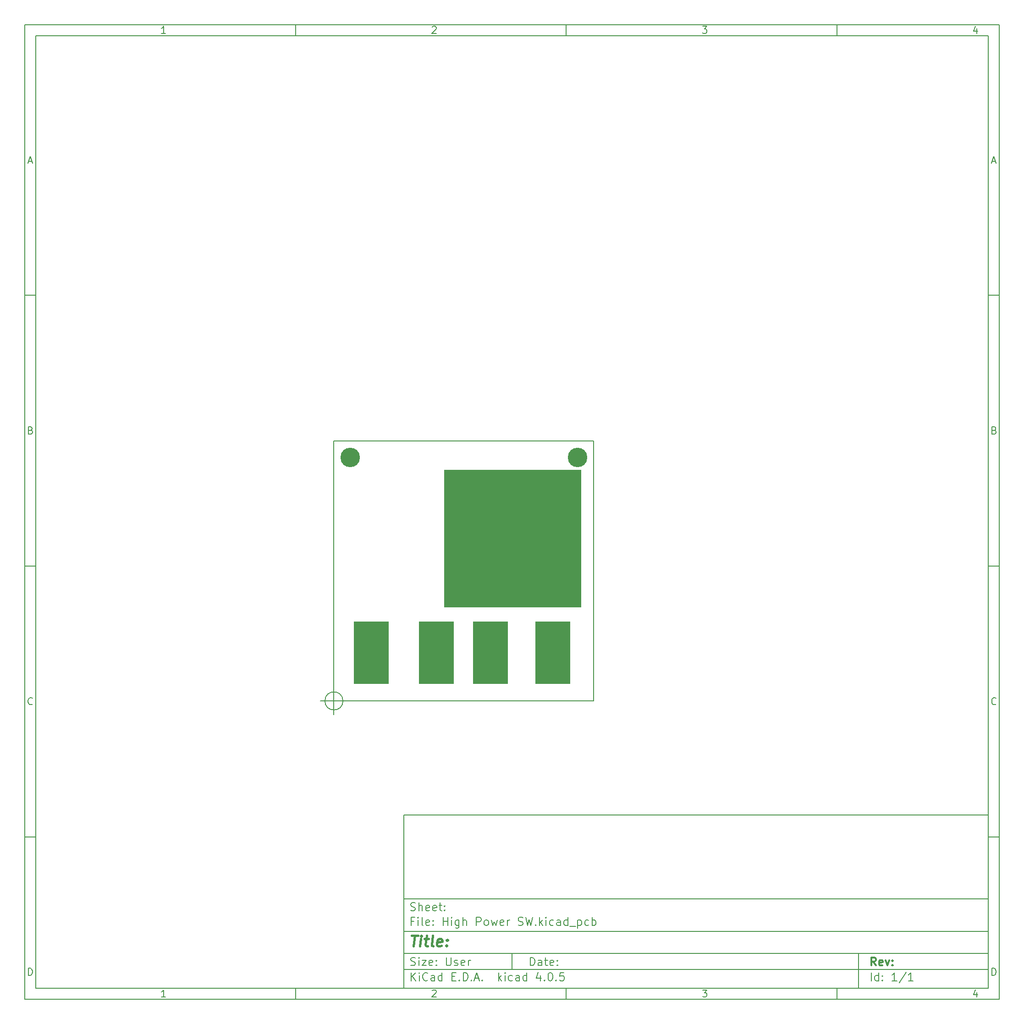
<source format=gbr>
G04 #@! TF.FileFunction,Soldermask,Bot*
%FSLAX46Y46*%
G04 Gerber Fmt 4.6, Leading zero omitted, Abs format (unit mm)*
G04 Created by KiCad (PCBNEW 4.0.5) date 02/15/17 00:10:35*
%MOMM*%
%LPD*%
G01*
G04 APERTURE LIST*
%ADD10C,0.100000*%
%ADD11C,0.150000*%
%ADD12C,0.300000*%
%ADD13C,0.400000*%
%ADD14R,1.400000X1.400000*%
%ADD15C,3.600000*%
%ADD16R,6.400000X6.400000*%
G04 APERTURE END LIST*
D10*
D11*
X79999600Y-155999600D02*
X79999600Y-187999600D01*
X187999600Y-187999600D01*
X187999600Y-155999600D01*
X79999600Y-155999600D01*
D10*
D11*
X10000000Y-10000000D02*
X10000000Y-189999600D01*
X189999600Y-189999600D01*
X189999600Y-10000000D01*
X10000000Y-10000000D01*
D10*
D11*
X12000000Y-12000000D02*
X12000000Y-187999600D01*
X187999600Y-187999600D01*
X187999600Y-12000000D01*
X12000000Y-12000000D01*
D10*
D11*
X60000000Y-12000000D02*
X60000000Y-10000000D01*
D10*
D11*
X110000000Y-12000000D02*
X110000000Y-10000000D01*
D10*
D11*
X160000000Y-12000000D02*
X160000000Y-10000000D01*
D10*
D11*
X35990476Y-11588095D02*
X35247619Y-11588095D01*
X35619048Y-11588095D02*
X35619048Y-10288095D01*
X35495238Y-10473810D01*
X35371429Y-10597619D01*
X35247619Y-10659524D01*
D10*
D11*
X85247619Y-10411905D02*
X85309524Y-10350000D01*
X85433333Y-10288095D01*
X85742857Y-10288095D01*
X85866667Y-10350000D01*
X85928571Y-10411905D01*
X85990476Y-10535714D01*
X85990476Y-10659524D01*
X85928571Y-10845238D01*
X85185714Y-11588095D01*
X85990476Y-11588095D01*
D10*
D11*
X135185714Y-10288095D02*
X135990476Y-10288095D01*
X135557143Y-10783333D01*
X135742857Y-10783333D01*
X135866667Y-10845238D01*
X135928571Y-10907143D01*
X135990476Y-11030952D01*
X135990476Y-11340476D01*
X135928571Y-11464286D01*
X135866667Y-11526190D01*
X135742857Y-11588095D01*
X135371429Y-11588095D01*
X135247619Y-11526190D01*
X135185714Y-11464286D01*
D10*
D11*
X185866667Y-10721429D02*
X185866667Y-11588095D01*
X185557143Y-10226190D02*
X185247619Y-11154762D01*
X186052381Y-11154762D01*
D10*
D11*
X60000000Y-187999600D02*
X60000000Y-189999600D01*
D10*
D11*
X110000000Y-187999600D02*
X110000000Y-189999600D01*
D10*
D11*
X160000000Y-187999600D02*
X160000000Y-189999600D01*
D10*
D11*
X35990476Y-189587695D02*
X35247619Y-189587695D01*
X35619048Y-189587695D02*
X35619048Y-188287695D01*
X35495238Y-188473410D01*
X35371429Y-188597219D01*
X35247619Y-188659124D01*
D10*
D11*
X85247619Y-188411505D02*
X85309524Y-188349600D01*
X85433333Y-188287695D01*
X85742857Y-188287695D01*
X85866667Y-188349600D01*
X85928571Y-188411505D01*
X85990476Y-188535314D01*
X85990476Y-188659124D01*
X85928571Y-188844838D01*
X85185714Y-189587695D01*
X85990476Y-189587695D01*
D10*
D11*
X135185714Y-188287695D02*
X135990476Y-188287695D01*
X135557143Y-188782933D01*
X135742857Y-188782933D01*
X135866667Y-188844838D01*
X135928571Y-188906743D01*
X135990476Y-189030552D01*
X135990476Y-189340076D01*
X135928571Y-189463886D01*
X135866667Y-189525790D01*
X135742857Y-189587695D01*
X135371429Y-189587695D01*
X135247619Y-189525790D01*
X135185714Y-189463886D01*
D10*
D11*
X185866667Y-188721029D02*
X185866667Y-189587695D01*
X185557143Y-188225790D02*
X185247619Y-189154362D01*
X186052381Y-189154362D01*
D10*
D11*
X10000000Y-60000000D02*
X12000000Y-60000000D01*
D10*
D11*
X10000000Y-110000000D02*
X12000000Y-110000000D01*
D10*
D11*
X10000000Y-160000000D02*
X12000000Y-160000000D01*
D10*
D11*
X10690476Y-35216667D02*
X11309524Y-35216667D01*
X10566667Y-35588095D02*
X11000000Y-34288095D01*
X11433333Y-35588095D01*
D10*
D11*
X11092857Y-84907143D02*
X11278571Y-84969048D01*
X11340476Y-85030952D01*
X11402381Y-85154762D01*
X11402381Y-85340476D01*
X11340476Y-85464286D01*
X11278571Y-85526190D01*
X11154762Y-85588095D01*
X10659524Y-85588095D01*
X10659524Y-84288095D01*
X11092857Y-84288095D01*
X11216667Y-84350000D01*
X11278571Y-84411905D01*
X11340476Y-84535714D01*
X11340476Y-84659524D01*
X11278571Y-84783333D01*
X11216667Y-84845238D01*
X11092857Y-84907143D01*
X10659524Y-84907143D01*
D10*
D11*
X11402381Y-135464286D02*
X11340476Y-135526190D01*
X11154762Y-135588095D01*
X11030952Y-135588095D01*
X10845238Y-135526190D01*
X10721429Y-135402381D01*
X10659524Y-135278571D01*
X10597619Y-135030952D01*
X10597619Y-134845238D01*
X10659524Y-134597619D01*
X10721429Y-134473810D01*
X10845238Y-134350000D01*
X11030952Y-134288095D01*
X11154762Y-134288095D01*
X11340476Y-134350000D01*
X11402381Y-134411905D01*
D10*
D11*
X10659524Y-185588095D02*
X10659524Y-184288095D01*
X10969048Y-184288095D01*
X11154762Y-184350000D01*
X11278571Y-184473810D01*
X11340476Y-184597619D01*
X11402381Y-184845238D01*
X11402381Y-185030952D01*
X11340476Y-185278571D01*
X11278571Y-185402381D01*
X11154762Y-185526190D01*
X10969048Y-185588095D01*
X10659524Y-185588095D01*
D10*
D11*
X189999600Y-60000000D02*
X187999600Y-60000000D01*
D10*
D11*
X189999600Y-110000000D02*
X187999600Y-110000000D01*
D10*
D11*
X189999600Y-160000000D02*
X187999600Y-160000000D01*
D10*
D11*
X188690076Y-35216667D02*
X189309124Y-35216667D01*
X188566267Y-35588095D02*
X188999600Y-34288095D01*
X189432933Y-35588095D01*
D10*
D11*
X189092457Y-84907143D02*
X189278171Y-84969048D01*
X189340076Y-85030952D01*
X189401981Y-85154762D01*
X189401981Y-85340476D01*
X189340076Y-85464286D01*
X189278171Y-85526190D01*
X189154362Y-85588095D01*
X188659124Y-85588095D01*
X188659124Y-84288095D01*
X189092457Y-84288095D01*
X189216267Y-84350000D01*
X189278171Y-84411905D01*
X189340076Y-84535714D01*
X189340076Y-84659524D01*
X189278171Y-84783333D01*
X189216267Y-84845238D01*
X189092457Y-84907143D01*
X188659124Y-84907143D01*
D10*
D11*
X189401981Y-135464286D02*
X189340076Y-135526190D01*
X189154362Y-135588095D01*
X189030552Y-135588095D01*
X188844838Y-135526190D01*
X188721029Y-135402381D01*
X188659124Y-135278571D01*
X188597219Y-135030952D01*
X188597219Y-134845238D01*
X188659124Y-134597619D01*
X188721029Y-134473810D01*
X188844838Y-134350000D01*
X189030552Y-134288095D01*
X189154362Y-134288095D01*
X189340076Y-134350000D01*
X189401981Y-134411905D01*
D10*
D11*
X188659124Y-185588095D02*
X188659124Y-184288095D01*
X188968648Y-184288095D01*
X189154362Y-184350000D01*
X189278171Y-184473810D01*
X189340076Y-184597619D01*
X189401981Y-184845238D01*
X189401981Y-185030952D01*
X189340076Y-185278571D01*
X189278171Y-185402381D01*
X189154362Y-185526190D01*
X188968648Y-185588095D01*
X188659124Y-185588095D01*
D10*
D11*
X103356743Y-183778171D02*
X103356743Y-182278171D01*
X103713886Y-182278171D01*
X103928171Y-182349600D01*
X104071029Y-182492457D01*
X104142457Y-182635314D01*
X104213886Y-182921029D01*
X104213886Y-183135314D01*
X104142457Y-183421029D01*
X104071029Y-183563886D01*
X103928171Y-183706743D01*
X103713886Y-183778171D01*
X103356743Y-183778171D01*
X105499600Y-183778171D02*
X105499600Y-182992457D01*
X105428171Y-182849600D01*
X105285314Y-182778171D01*
X104999600Y-182778171D01*
X104856743Y-182849600D01*
X105499600Y-183706743D02*
X105356743Y-183778171D01*
X104999600Y-183778171D01*
X104856743Y-183706743D01*
X104785314Y-183563886D01*
X104785314Y-183421029D01*
X104856743Y-183278171D01*
X104999600Y-183206743D01*
X105356743Y-183206743D01*
X105499600Y-183135314D01*
X105999600Y-182778171D02*
X106571029Y-182778171D01*
X106213886Y-182278171D02*
X106213886Y-183563886D01*
X106285314Y-183706743D01*
X106428172Y-183778171D01*
X106571029Y-183778171D01*
X107642457Y-183706743D02*
X107499600Y-183778171D01*
X107213886Y-183778171D01*
X107071029Y-183706743D01*
X106999600Y-183563886D01*
X106999600Y-182992457D01*
X107071029Y-182849600D01*
X107213886Y-182778171D01*
X107499600Y-182778171D01*
X107642457Y-182849600D01*
X107713886Y-182992457D01*
X107713886Y-183135314D01*
X106999600Y-183278171D01*
X108356743Y-183635314D02*
X108428171Y-183706743D01*
X108356743Y-183778171D01*
X108285314Y-183706743D01*
X108356743Y-183635314D01*
X108356743Y-183778171D01*
X108356743Y-182849600D02*
X108428171Y-182921029D01*
X108356743Y-182992457D01*
X108285314Y-182921029D01*
X108356743Y-182849600D01*
X108356743Y-182992457D01*
D10*
D11*
X79999600Y-184499600D02*
X187999600Y-184499600D01*
D10*
D11*
X81356743Y-186578171D02*
X81356743Y-185078171D01*
X82213886Y-186578171D02*
X81571029Y-185721029D01*
X82213886Y-185078171D02*
X81356743Y-185935314D01*
X82856743Y-186578171D02*
X82856743Y-185578171D01*
X82856743Y-185078171D02*
X82785314Y-185149600D01*
X82856743Y-185221029D01*
X82928171Y-185149600D01*
X82856743Y-185078171D01*
X82856743Y-185221029D01*
X84428172Y-186435314D02*
X84356743Y-186506743D01*
X84142457Y-186578171D01*
X83999600Y-186578171D01*
X83785315Y-186506743D01*
X83642457Y-186363886D01*
X83571029Y-186221029D01*
X83499600Y-185935314D01*
X83499600Y-185721029D01*
X83571029Y-185435314D01*
X83642457Y-185292457D01*
X83785315Y-185149600D01*
X83999600Y-185078171D01*
X84142457Y-185078171D01*
X84356743Y-185149600D01*
X84428172Y-185221029D01*
X85713886Y-186578171D02*
X85713886Y-185792457D01*
X85642457Y-185649600D01*
X85499600Y-185578171D01*
X85213886Y-185578171D01*
X85071029Y-185649600D01*
X85713886Y-186506743D02*
X85571029Y-186578171D01*
X85213886Y-186578171D01*
X85071029Y-186506743D01*
X84999600Y-186363886D01*
X84999600Y-186221029D01*
X85071029Y-186078171D01*
X85213886Y-186006743D01*
X85571029Y-186006743D01*
X85713886Y-185935314D01*
X87071029Y-186578171D02*
X87071029Y-185078171D01*
X87071029Y-186506743D02*
X86928172Y-186578171D01*
X86642458Y-186578171D01*
X86499600Y-186506743D01*
X86428172Y-186435314D01*
X86356743Y-186292457D01*
X86356743Y-185863886D01*
X86428172Y-185721029D01*
X86499600Y-185649600D01*
X86642458Y-185578171D01*
X86928172Y-185578171D01*
X87071029Y-185649600D01*
X88928172Y-185792457D02*
X89428172Y-185792457D01*
X89642458Y-186578171D02*
X88928172Y-186578171D01*
X88928172Y-185078171D01*
X89642458Y-185078171D01*
X90285315Y-186435314D02*
X90356743Y-186506743D01*
X90285315Y-186578171D01*
X90213886Y-186506743D01*
X90285315Y-186435314D01*
X90285315Y-186578171D01*
X90999601Y-186578171D02*
X90999601Y-185078171D01*
X91356744Y-185078171D01*
X91571029Y-185149600D01*
X91713887Y-185292457D01*
X91785315Y-185435314D01*
X91856744Y-185721029D01*
X91856744Y-185935314D01*
X91785315Y-186221029D01*
X91713887Y-186363886D01*
X91571029Y-186506743D01*
X91356744Y-186578171D01*
X90999601Y-186578171D01*
X92499601Y-186435314D02*
X92571029Y-186506743D01*
X92499601Y-186578171D01*
X92428172Y-186506743D01*
X92499601Y-186435314D01*
X92499601Y-186578171D01*
X93142458Y-186149600D02*
X93856744Y-186149600D01*
X92999601Y-186578171D02*
X93499601Y-185078171D01*
X93999601Y-186578171D01*
X94499601Y-186435314D02*
X94571029Y-186506743D01*
X94499601Y-186578171D01*
X94428172Y-186506743D01*
X94499601Y-186435314D01*
X94499601Y-186578171D01*
X97499601Y-186578171D02*
X97499601Y-185078171D01*
X97642458Y-186006743D02*
X98071029Y-186578171D01*
X98071029Y-185578171D02*
X97499601Y-186149600D01*
X98713887Y-186578171D02*
X98713887Y-185578171D01*
X98713887Y-185078171D02*
X98642458Y-185149600D01*
X98713887Y-185221029D01*
X98785315Y-185149600D01*
X98713887Y-185078171D01*
X98713887Y-185221029D01*
X100071030Y-186506743D02*
X99928173Y-186578171D01*
X99642459Y-186578171D01*
X99499601Y-186506743D01*
X99428173Y-186435314D01*
X99356744Y-186292457D01*
X99356744Y-185863886D01*
X99428173Y-185721029D01*
X99499601Y-185649600D01*
X99642459Y-185578171D01*
X99928173Y-185578171D01*
X100071030Y-185649600D01*
X101356744Y-186578171D02*
X101356744Y-185792457D01*
X101285315Y-185649600D01*
X101142458Y-185578171D01*
X100856744Y-185578171D01*
X100713887Y-185649600D01*
X101356744Y-186506743D02*
X101213887Y-186578171D01*
X100856744Y-186578171D01*
X100713887Y-186506743D01*
X100642458Y-186363886D01*
X100642458Y-186221029D01*
X100713887Y-186078171D01*
X100856744Y-186006743D01*
X101213887Y-186006743D01*
X101356744Y-185935314D01*
X102713887Y-186578171D02*
X102713887Y-185078171D01*
X102713887Y-186506743D02*
X102571030Y-186578171D01*
X102285316Y-186578171D01*
X102142458Y-186506743D01*
X102071030Y-186435314D01*
X101999601Y-186292457D01*
X101999601Y-185863886D01*
X102071030Y-185721029D01*
X102142458Y-185649600D01*
X102285316Y-185578171D01*
X102571030Y-185578171D01*
X102713887Y-185649600D01*
X105213887Y-185578171D02*
X105213887Y-186578171D01*
X104856744Y-185006743D02*
X104499601Y-186078171D01*
X105428173Y-186078171D01*
X105999601Y-186435314D02*
X106071029Y-186506743D01*
X105999601Y-186578171D01*
X105928172Y-186506743D01*
X105999601Y-186435314D01*
X105999601Y-186578171D01*
X106999601Y-185078171D02*
X107142458Y-185078171D01*
X107285315Y-185149600D01*
X107356744Y-185221029D01*
X107428173Y-185363886D01*
X107499601Y-185649600D01*
X107499601Y-186006743D01*
X107428173Y-186292457D01*
X107356744Y-186435314D01*
X107285315Y-186506743D01*
X107142458Y-186578171D01*
X106999601Y-186578171D01*
X106856744Y-186506743D01*
X106785315Y-186435314D01*
X106713887Y-186292457D01*
X106642458Y-186006743D01*
X106642458Y-185649600D01*
X106713887Y-185363886D01*
X106785315Y-185221029D01*
X106856744Y-185149600D01*
X106999601Y-185078171D01*
X108142458Y-186435314D02*
X108213886Y-186506743D01*
X108142458Y-186578171D01*
X108071029Y-186506743D01*
X108142458Y-186435314D01*
X108142458Y-186578171D01*
X109571030Y-185078171D02*
X108856744Y-185078171D01*
X108785315Y-185792457D01*
X108856744Y-185721029D01*
X108999601Y-185649600D01*
X109356744Y-185649600D01*
X109499601Y-185721029D01*
X109571030Y-185792457D01*
X109642458Y-185935314D01*
X109642458Y-186292457D01*
X109571030Y-186435314D01*
X109499601Y-186506743D01*
X109356744Y-186578171D01*
X108999601Y-186578171D01*
X108856744Y-186506743D01*
X108785315Y-186435314D01*
D10*
D11*
X79999600Y-181499600D02*
X187999600Y-181499600D01*
D10*
D12*
X167213886Y-183778171D02*
X166713886Y-183063886D01*
X166356743Y-183778171D02*
X166356743Y-182278171D01*
X166928171Y-182278171D01*
X167071029Y-182349600D01*
X167142457Y-182421029D01*
X167213886Y-182563886D01*
X167213886Y-182778171D01*
X167142457Y-182921029D01*
X167071029Y-182992457D01*
X166928171Y-183063886D01*
X166356743Y-183063886D01*
X168428171Y-183706743D02*
X168285314Y-183778171D01*
X167999600Y-183778171D01*
X167856743Y-183706743D01*
X167785314Y-183563886D01*
X167785314Y-182992457D01*
X167856743Y-182849600D01*
X167999600Y-182778171D01*
X168285314Y-182778171D01*
X168428171Y-182849600D01*
X168499600Y-182992457D01*
X168499600Y-183135314D01*
X167785314Y-183278171D01*
X168999600Y-182778171D02*
X169356743Y-183778171D01*
X169713885Y-182778171D01*
X170285314Y-183635314D02*
X170356742Y-183706743D01*
X170285314Y-183778171D01*
X170213885Y-183706743D01*
X170285314Y-183635314D01*
X170285314Y-183778171D01*
X170285314Y-182849600D02*
X170356742Y-182921029D01*
X170285314Y-182992457D01*
X170213885Y-182921029D01*
X170285314Y-182849600D01*
X170285314Y-182992457D01*
D10*
D11*
X81285314Y-183706743D02*
X81499600Y-183778171D01*
X81856743Y-183778171D01*
X81999600Y-183706743D01*
X82071029Y-183635314D01*
X82142457Y-183492457D01*
X82142457Y-183349600D01*
X82071029Y-183206743D01*
X81999600Y-183135314D01*
X81856743Y-183063886D01*
X81571029Y-182992457D01*
X81428171Y-182921029D01*
X81356743Y-182849600D01*
X81285314Y-182706743D01*
X81285314Y-182563886D01*
X81356743Y-182421029D01*
X81428171Y-182349600D01*
X81571029Y-182278171D01*
X81928171Y-182278171D01*
X82142457Y-182349600D01*
X82785314Y-183778171D02*
X82785314Y-182778171D01*
X82785314Y-182278171D02*
X82713885Y-182349600D01*
X82785314Y-182421029D01*
X82856742Y-182349600D01*
X82785314Y-182278171D01*
X82785314Y-182421029D01*
X83356743Y-182778171D02*
X84142457Y-182778171D01*
X83356743Y-183778171D01*
X84142457Y-183778171D01*
X85285314Y-183706743D02*
X85142457Y-183778171D01*
X84856743Y-183778171D01*
X84713886Y-183706743D01*
X84642457Y-183563886D01*
X84642457Y-182992457D01*
X84713886Y-182849600D01*
X84856743Y-182778171D01*
X85142457Y-182778171D01*
X85285314Y-182849600D01*
X85356743Y-182992457D01*
X85356743Y-183135314D01*
X84642457Y-183278171D01*
X85999600Y-183635314D02*
X86071028Y-183706743D01*
X85999600Y-183778171D01*
X85928171Y-183706743D01*
X85999600Y-183635314D01*
X85999600Y-183778171D01*
X85999600Y-182849600D02*
X86071028Y-182921029D01*
X85999600Y-182992457D01*
X85928171Y-182921029D01*
X85999600Y-182849600D01*
X85999600Y-182992457D01*
X87856743Y-182278171D02*
X87856743Y-183492457D01*
X87928171Y-183635314D01*
X87999600Y-183706743D01*
X88142457Y-183778171D01*
X88428171Y-183778171D01*
X88571029Y-183706743D01*
X88642457Y-183635314D01*
X88713886Y-183492457D01*
X88713886Y-182278171D01*
X89356743Y-183706743D02*
X89499600Y-183778171D01*
X89785315Y-183778171D01*
X89928172Y-183706743D01*
X89999600Y-183563886D01*
X89999600Y-183492457D01*
X89928172Y-183349600D01*
X89785315Y-183278171D01*
X89571029Y-183278171D01*
X89428172Y-183206743D01*
X89356743Y-183063886D01*
X89356743Y-182992457D01*
X89428172Y-182849600D01*
X89571029Y-182778171D01*
X89785315Y-182778171D01*
X89928172Y-182849600D01*
X91213886Y-183706743D02*
X91071029Y-183778171D01*
X90785315Y-183778171D01*
X90642458Y-183706743D01*
X90571029Y-183563886D01*
X90571029Y-182992457D01*
X90642458Y-182849600D01*
X90785315Y-182778171D01*
X91071029Y-182778171D01*
X91213886Y-182849600D01*
X91285315Y-182992457D01*
X91285315Y-183135314D01*
X90571029Y-183278171D01*
X91928172Y-183778171D02*
X91928172Y-182778171D01*
X91928172Y-183063886D02*
X91999600Y-182921029D01*
X92071029Y-182849600D01*
X92213886Y-182778171D01*
X92356743Y-182778171D01*
D10*
D11*
X166356743Y-186578171D02*
X166356743Y-185078171D01*
X167713886Y-186578171D02*
X167713886Y-185078171D01*
X167713886Y-186506743D02*
X167571029Y-186578171D01*
X167285315Y-186578171D01*
X167142457Y-186506743D01*
X167071029Y-186435314D01*
X166999600Y-186292457D01*
X166999600Y-185863886D01*
X167071029Y-185721029D01*
X167142457Y-185649600D01*
X167285315Y-185578171D01*
X167571029Y-185578171D01*
X167713886Y-185649600D01*
X168428172Y-186435314D02*
X168499600Y-186506743D01*
X168428172Y-186578171D01*
X168356743Y-186506743D01*
X168428172Y-186435314D01*
X168428172Y-186578171D01*
X168428172Y-185649600D02*
X168499600Y-185721029D01*
X168428172Y-185792457D01*
X168356743Y-185721029D01*
X168428172Y-185649600D01*
X168428172Y-185792457D01*
X171071029Y-186578171D02*
X170213886Y-186578171D01*
X170642458Y-186578171D02*
X170642458Y-185078171D01*
X170499601Y-185292457D01*
X170356743Y-185435314D01*
X170213886Y-185506743D01*
X172785314Y-185006743D02*
X171499600Y-186935314D01*
X174071029Y-186578171D02*
X173213886Y-186578171D01*
X173642458Y-186578171D02*
X173642458Y-185078171D01*
X173499601Y-185292457D01*
X173356743Y-185435314D01*
X173213886Y-185506743D01*
D10*
D11*
X79999600Y-177499600D02*
X187999600Y-177499600D01*
D10*
D13*
X81451981Y-178204362D02*
X82594838Y-178204362D01*
X81773410Y-180204362D02*
X82023410Y-178204362D01*
X83011505Y-180204362D02*
X83178171Y-178871029D01*
X83261505Y-178204362D02*
X83154362Y-178299600D01*
X83237695Y-178394838D01*
X83344839Y-178299600D01*
X83261505Y-178204362D01*
X83237695Y-178394838D01*
X83844838Y-178871029D02*
X84606743Y-178871029D01*
X84213886Y-178204362D02*
X83999600Y-179918648D01*
X84071030Y-180109124D01*
X84249601Y-180204362D01*
X84440077Y-180204362D01*
X85392458Y-180204362D02*
X85213887Y-180109124D01*
X85142457Y-179918648D01*
X85356743Y-178204362D01*
X86928172Y-180109124D02*
X86725791Y-180204362D01*
X86344839Y-180204362D01*
X86166267Y-180109124D01*
X86094838Y-179918648D01*
X86190076Y-179156743D01*
X86309124Y-178966267D01*
X86511505Y-178871029D01*
X86892457Y-178871029D01*
X87071029Y-178966267D01*
X87142457Y-179156743D01*
X87118648Y-179347219D01*
X86142457Y-179537695D01*
X87892457Y-180013886D02*
X87975792Y-180109124D01*
X87868648Y-180204362D01*
X87785315Y-180109124D01*
X87892457Y-180013886D01*
X87868648Y-180204362D01*
X88023410Y-178966267D02*
X88106744Y-179061505D01*
X87999600Y-179156743D01*
X87916267Y-179061505D01*
X88023410Y-178966267D01*
X87999600Y-179156743D01*
D10*
D11*
X81856743Y-175592457D02*
X81356743Y-175592457D01*
X81356743Y-176378171D02*
X81356743Y-174878171D01*
X82071029Y-174878171D01*
X82642457Y-176378171D02*
X82642457Y-175378171D01*
X82642457Y-174878171D02*
X82571028Y-174949600D01*
X82642457Y-175021029D01*
X82713885Y-174949600D01*
X82642457Y-174878171D01*
X82642457Y-175021029D01*
X83571029Y-176378171D02*
X83428171Y-176306743D01*
X83356743Y-176163886D01*
X83356743Y-174878171D01*
X84713885Y-176306743D02*
X84571028Y-176378171D01*
X84285314Y-176378171D01*
X84142457Y-176306743D01*
X84071028Y-176163886D01*
X84071028Y-175592457D01*
X84142457Y-175449600D01*
X84285314Y-175378171D01*
X84571028Y-175378171D01*
X84713885Y-175449600D01*
X84785314Y-175592457D01*
X84785314Y-175735314D01*
X84071028Y-175878171D01*
X85428171Y-176235314D02*
X85499599Y-176306743D01*
X85428171Y-176378171D01*
X85356742Y-176306743D01*
X85428171Y-176235314D01*
X85428171Y-176378171D01*
X85428171Y-175449600D02*
X85499599Y-175521029D01*
X85428171Y-175592457D01*
X85356742Y-175521029D01*
X85428171Y-175449600D01*
X85428171Y-175592457D01*
X87285314Y-176378171D02*
X87285314Y-174878171D01*
X87285314Y-175592457D02*
X88142457Y-175592457D01*
X88142457Y-176378171D02*
X88142457Y-174878171D01*
X88856743Y-176378171D02*
X88856743Y-175378171D01*
X88856743Y-174878171D02*
X88785314Y-174949600D01*
X88856743Y-175021029D01*
X88928171Y-174949600D01*
X88856743Y-174878171D01*
X88856743Y-175021029D01*
X90213886Y-175378171D02*
X90213886Y-176592457D01*
X90142457Y-176735314D01*
X90071029Y-176806743D01*
X89928172Y-176878171D01*
X89713886Y-176878171D01*
X89571029Y-176806743D01*
X90213886Y-176306743D02*
X90071029Y-176378171D01*
X89785315Y-176378171D01*
X89642457Y-176306743D01*
X89571029Y-176235314D01*
X89499600Y-176092457D01*
X89499600Y-175663886D01*
X89571029Y-175521029D01*
X89642457Y-175449600D01*
X89785315Y-175378171D01*
X90071029Y-175378171D01*
X90213886Y-175449600D01*
X90928172Y-176378171D02*
X90928172Y-174878171D01*
X91571029Y-176378171D02*
X91571029Y-175592457D01*
X91499600Y-175449600D01*
X91356743Y-175378171D01*
X91142458Y-175378171D01*
X90999600Y-175449600D01*
X90928172Y-175521029D01*
X93428172Y-176378171D02*
X93428172Y-174878171D01*
X93999600Y-174878171D01*
X94142458Y-174949600D01*
X94213886Y-175021029D01*
X94285315Y-175163886D01*
X94285315Y-175378171D01*
X94213886Y-175521029D01*
X94142458Y-175592457D01*
X93999600Y-175663886D01*
X93428172Y-175663886D01*
X95142458Y-176378171D02*
X94999600Y-176306743D01*
X94928172Y-176235314D01*
X94856743Y-176092457D01*
X94856743Y-175663886D01*
X94928172Y-175521029D01*
X94999600Y-175449600D01*
X95142458Y-175378171D01*
X95356743Y-175378171D01*
X95499600Y-175449600D01*
X95571029Y-175521029D01*
X95642458Y-175663886D01*
X95642458Y-176092457D01*
X95571029Y-176235314D01*
X95499600Y-176306743D01*
X95356743Y-176378171D01*
X95142458Y-176378171D01*
X96142458Y-175378171D02*
X96428172Y-176378171D01*
X96713886Y-175663886D01*
X96999601Y-176378171D01*
X97285315Y-175378171D01*
X98428172Y-176306743D02*
X98285315Y-176378171D01*
X97999601Y-176378171D01*
X97856744Y-176306743D01*
X97785315Y-176163886D01*
X97785315Y-175592457D01*
X97856744Y-175449600D01*
X97999601Y-175378171D01*
X98285315Y-175378171D01*
X98428172Y-175449600D01*
X98499601Y-175592457D01*
X98499601Y-175735314D01*
X97785315Y-175878171D01*
X99142458Y-176378171D02*
X99142458Y-175378171D01*
X99142458Y-175663886D02*
X99213886Y-175521029D01*
X99285315Y-175449600D01*
X99428172Y-175378171D01*
X99571029Y-175378171D01*
X101142457Y-176306743D02*
X101356743Y-176378171D01*
X101713886Y-176378171D01*
X101856743Y-176306743D01*
X101928172Y-176235314D01*
X101999600Y-176092457D01*
X101999600Y-175949600D01*
X101928172Y-175806743D01*
X101856743Y-175735314D01*
X101713886Y-175663886D01*
X101428172Y-175592457D01*
X101285314Y-175521029D01*
X101213886Y-175449600D01*
X101142457Y-175306743D01*
X101142457Y-175163886D01*
X101213886Y-175021029D01*
X101285314Y-174949600D01*
X101428172Y-174878171D01*
X101785314Y-174878171D01*
X101999600Y-174949600D01*
X102499600Y-174878171D02*
X102856743Y-176378171D01*
X103142457Y-175306743D01*
X103428171Y-176378171D01*
X103785314Y-174878171D01*
X104356743Y-176235314D02*
X104428171Y-176306743D01*
X104356743Y-176378171D01*
X104285314Y-176306743D01*
X104356743Y-176235314D01*
X104356743Y-176378171D01*
X105071029Y-176378171D02*
X105071029Y-174878171D01*
X105213886Y-175806743D02*
X105642457Y-176378171D01*
X105642457Y-175378171D02*
X105071029Y-175949600D01*
X106285315Y-176378171D02*
X106285315Y-175378171D01*
X106285315Y-174878171D02*
X106213886Y-174949600D01*
X106285315Y-175021029D01*
X106356743Y-174949600D01*
X106285315Y-174878171D01*
X106285315Y-175021029D01*
X107642458Y-176306743D02*
X107499601Y-176378171D01*
X107213887Y-176378171D01*
X107071029Y-176306743D01*
X106999601Y-176235314D01*
X106928172Y-176092457D01*
X106928172Y-175663886D01*
X106999601Y-175521029D01*
X107071029Y-175449600D01*
X107213887Y-175378171D01*
X107499601Y-175378171D01*
X107642458Y-175449600D01*
X108928172Y-176378171D02*
X108928172Y-175592457D01*
X108856743Y-175449600D01*
X108713886Y-175378171D01*
X108428172Y-175378171D01*
X108285315Y-175449600D01*
X108928172Y-176306743D02*
X108785315Y-176378171D01*
X108428172Y-176378171D01*
X108285315Y-176306743D01*
X108213886Y-176163886D01*
X108213886Y-176021029D01*
X108285315Y-175878171D01*
X108428172Y-175806743D01*
X108785315Y-175806743D01*
X108928172Y-175735314D01*
X110285315Y-176378171D02*
X110285315Y-174878171D01*
X110285315Y-176306743D02*
X110142458Y-176378171D01*
X109856744Y-176378171D01*
X109713886Y-176306743D01*
X109642458Y-176235314D01*
X109571029Y-176092457D01*
X109571029Y-175663886D01*
X109642458Y-175521029D01*
X109713886Y-175449600D01*
X109856744Y-175378171D01*
X110142458Y-175378171D01*
X110285315Y-175449600D01*
X110642458Y-176521029D02*
X111785315Y-176521029D01*
X112142458Y-175378171D02*
X112142458Y-176878171D01*
X112142458Y-175449600D02*
X112285315Y-175378171D01*
X112571029Y-175378171D01*
X112713886Y-175449600D01*
X112785315Y-175521029D01*
X112856744Y-175663886D01*
X112856744Y-176092457D01*
X112785315Y-176235314D01*
X112713886Y-176306743D01*
X112571029Y-176378171D01*
X112285315Y-176378171D01*
X112142458Y-176306743D01*
X114142458Y-176306743D02*
X113999601Y-176378171D01*
X113713887Y-176378171D01*
X113571029Y-176306743D01*
X113499601Y-176235314D01*
X113428172Y-176092457D01*
X113428172Y-175663886D01*
X113499601Y-175521029D01*
X113571029Y-175449600D01*
X113713887Y-175378171D01*
X113999601Y-175378171D01*
X114142458Y-175449600D01*
X114785315Y-176378171D02*
X114785315Y-174878171D01*
X114785315Y-175449600D02*
X114928172Y-175378171D01*
X115213886Y-175378171D01*
X115356743Y-175449600D01*
X115428172Y-175521029D01*
X115499601Y-175663886D01*
X115499601Y-176092457D01*
X115428172Y-176235314D01*
X115356743Y-176306743D01*
X115213886Y-176378171D01*
X114928172Y-176378171D01*
X114785315Y-176306743D01*
D10*
D11*
X79999600Y-171499600D02*
X187999600Y-171499600D01*
D10*
D11*
X81285314Y-173606743D02*
X81499600Y-173678171D01*
X81856743Y-173678171D01*
X81999600Y-173606743D01*
X82071029Y-173535314D01*
X82142457Y-173392457D01*
X82142457Y-173249600D01*
X82071029Y-173106743D01*
X81999600Y-173035314D01*
X81856743Y-172963886D01*
X81571029Y-172892457D01*
X81428171Y-172821029D01*
X81356743Y-172749600D01*
X81285314Y-172606743D01*
X81285314Y-172463886D01*
X81356743Y-172321029D01*
X81428171Y-172249600D01*
X81571029Y-172178171D01*
X81928171Y-172178171D01*
X82142457Y-172249600D01*
X82785314Y-173678171D02*
X82785314Y-172178171D01*
X83428171Y-173678171D02*
X83428171Y-172892457D01*
X83356742Y-172749600D01*
X83213885Y-172678171D01*
X82999600Y-172678171D01*
X82856742Y-172749600D01*
X82785314Y-172821029D01*
X84713885Y-173606743D02*
X84571028Y-173678171D01*
X84285314Y-173678171D01*
X84142457Y-173606743D01*
X84071028Y-173463886D01*
X84071028Y-172892457D01*
X84142457Y-172749600D01*
X84285314Y-172678171D01*
X84571028Y-172678171D01*
X84713885Y-172749600D01*
X84785314Y-172892457D01*
X84785314Y-173035314D01*
X84071028Y-173178171D01*
X85999599Y-173606743D02*
X85856742Y-173678171D01*
X85571028Y-173678171D01*
X85428171Y-173606743D01*
X85356742Y-173463886D01*
X85356742Y-172892457D01*
X85428171Y-172749600D01*
X85571028Y-172678171D01*
X85856742Y-172678171D01*
X85999599Y-172749600D01*
X86071028Y-172892457D01*
X86071028Y-173035314D01*
X85356742Y-173178171D01*
X86499599Y-172678171D02*
X87071028Y-172678171D01*
X86713885Y-172178171D02*
X86713885Y-173463886D01*
X86785313Y-173606743D01*
X86928171Y-173678171D01*
X87071028Y-173678171D01*
X87571028Y-173535314D02*
X87642456Y-173606743D01*
X87571028Y-173678171D01*
X87499599Y-173606743D01*
X87571028Y-173535314D01*
X87571028Y-173678171D01*
X87571028Y-172749600D02*
X87642456Y-172821029D01*
X87571028Y-172892457D01*
X87499599Y-172821029D01*
X87571028Y-172749600D01*
X87571028Y-172892457D01*
D10*
D11*
X99999600Y-181499600D02*
X99999600Y-184499600D01*
D10*
D11*
X163999600Y-181499600D02*
X163999600Y-187999600D01*
X68766666Y-134900000D02*
G75*
G03X68766666Y-134900000I-1666666J0D01*
G01*
X64600000Y-134900000D02*
X69600000Y-134900000D01*
X67100000Y-132400000D02*
X67100000Y-137400000D01*
X115100000Y-134900000D02*
X67100000Y-134900000D01*
X115100000Y-86900000D02*
X115100000Y-134900000D01*
X113100000Y-86900000D02*
X115100000Y-86900000D01*
X67100000Y-86900000D02*
X113100000Y-86900000D01*
X67100000Y-134900000D02*
X67100000Y-86900000D01*
X68766666Y-134900000D02*
G75*
G03X68766666Y-134900000I-1666666J0D01*
G01*
X64600000Y-134900000D02*
X69600000Y-134900000D01*
X67100000Y-132400000D02*
X67100000Y-137400000D01*
D14*
X108100000Y-115900000D03*
X108100000Y-114900000D03*
X108100000Y-112900000D03*
X108100000Y-113900000D03*
X108100000Y-109900000D03*
X108100000Y-108900000D03*
X108100000Y-110900000D03*
X108100000Y-111900000D03*
X108100000Y-106900000D03*
X108100000Y-107900000D03*
X108100000Y-97900000D03*
X108100000Y-96900000D03*
X108100000Y-101900000D03*
X108100000Y-100900000D03*
X108100000Y-98900000D03*
X108100000Y-99900000D03*
X108100000Y-103900000D03*
X108100000Y-102900000D03*
X108100000Y-104900000D03*
X108100000Y-105900000D03*
X108100000Y-94900000D03*
X108100000Y-93900000D03*
X108100000Y-95900000D03*
X108100000Y-116900000D03*
X108100000Y-92900000D03*
X109100000Y-92900000D03*
X109100000Y-116900000D03*
X109100000Y-95900000D03*
X109100000Y-93900000D03*
X109100000Y-94900000D03*
X109100000Y-105900000D03*
X109100000Y-104900000D03*
X109100000Y-102900000D03*
X109100000Y-103900000D03*
X109100000Y-99900000D03*
X109100000Y-98900000D03*
X109100000Y-100900000D03*
X109100000Y-101900000D03*
X109100000Y-96900000D03*
X109100000Y-97900000D03*
X109100000Y-107900000D03*
X109100000Y-106900000D03*
X109100000Y-111900000D03*
X109100000Y-110900000D03*
X109100000Y-108900000D03*
X109100000Y-109900000D03*
X109100000Y-113900000D03*
X109100000Y-112900000D03*
X109100000Y-114900000D03*
X109100000Y-115900000D03*
X111100000Y-115900000D03*
X111100000Y-114900000D03*
X111100000Y-112900000D03*
X111100000Y-113900000D03*
X111100000Y-109900000D03*
X111100000Y-108900000D03*
X111100000Y-110900000D03*
X111100000Y-111900000D03*
X111100000Y-106900000D03*
X111100000Y-107900000D03*
X111100000Y-97900000D03*
X111100000Y-96900000D03*
X111100000Y-101900000D03*
X111100000Y-100900000D03*
X111100000Y-98900000D03*
X111100000Y-99900000D03*
X111100000Y-103900000D03*
X111100000Y-102900000D03*
X111100000Y-104900000D03*
X111100000Y-105900000D03*
X111100000Y-94900000D03*
X111100000Y-93900000D03*
X111100000Y-95900000D03*
X111100000Y-116900000D03*
X111100000Y-92900000D03*
X110100000Y-92900000D03*
X110100000Y-116900000D03*
X110100000Y-95900000D03*
X110100000Y-93900000D03*
X110100000Y-94900000D03*
X110100000Y-105900000D03*
X110100000Y-104900000D03*
X110100000Y-102900000D03*
X110100000Y-103900000D03*
X110100000Y-99900000D03*
X110100000Y-98900000D03*
X110100000Y-100900000D03*
X110100000Y-101900000D03*
X110100000Y-96900000D03*
X110100000Y-97900000D03*
X110100000Y-107900000D03*
X110100000Y-106900000D03*
X110100000Y-111900000D03*
X110100000Y-110900000D03*
X110100000Y-108900000D03*
X110100000Y-109900000D03*
X110100000Y-113900000D03*
X110100000Y-112900000D03*
X110100000Y-114900000D03*
X110100000Y-115900000D03*
X112100000Y-92900000D03*
X112100000Y-116900000D03*
X112100000Y-95900000D03*
X112100000Y-93900000D03*
X112100000Y-94900000D03*
X112100000Y-105900000D03*
X112100000Y-104900000D03*
X112100000Y-102900000D03*
X112100000Y-103900000D03*
X112100000Y-99900000D03*
X112100000Y-98900000D03*
X112100000Y-100900000D03*
X112100000Y-101900000D03*
X112100000Y-96900000D03*
X112100000Y-97900000D03*
X112100000Y-107900000D03*
X112100000Y-106900000D03*
X112100000Y-111900000D03*
X112100000Y-110900000D03*
X112100000Y-108900000D03*
X112100000Y-109900000D03*
X112100000Y-113900000D03*
X112100000Y-112900000D03*
X112100000Y-114900000D03*
X112100000Y-115900000D03*
X98100000Y-115900000D03*
X98100000Y-114900000D03*
X98100000Y-112900000D03*
X98100000Y-113900000D03*
X98100000Y-109900000D03*
X98100000Y-108900000D03*
X98100000Y-110900000D03*
X98100000Y-111900000D03*
X98100000Y-106900000D03*
X98100000Y-107900000D03*
X98100000Y-97900000D03*
X98100000Y-96900000D03*
X98100000Y-101900000D03*
X98100000Y-100900000D03*
X98100000Y-98900000D03*
X98100000Y-99900000D03*
X98100000Y-103900000D03*
X98100000Y-102900000D03*
X98100000Y-104900000D03*
X98100000Y-105900000D03*
X98100000Y-94900000D03*
X98100000Y-93900000D03*
X98100000Y-95900000D03*
X98100000Y-116900000D03*
X98100000Y-92900000D03*
X99100000Y-92900000D03*
X99100000Y-116900000D03*
X99100000Y-95900000D03*
X99100000Y-93900000D03*
X99100000Y-94900000D03*
X99100000Y-105900000D03*
X99100000Y-104900000D03*
X99100000Y-102900000D03*
X99100000Y-103900000D03*
X99100000Y-99900000D03*
X99100000Y-98900000D03*
X99100000Y-100900000D03*
X99100000Y-101900000D03*
X99100000Y-96900000D03*
X99100000Y-97900000D03*
X99100000Y-107900000D03*
X99100000Y-106900000D03*
X99100000Y-111900000D03*
X99100000Y-110900000D03*
X99100000Y-108900000D03*
X99100000Y-109900000D03*
X99100000Y-113900000D03*
X99100000Y-112900000D03*
X99100000Y-114900000D03*
X99100000Y-115900000D03*
X101100000Y-115900000D03*
X101100000Y-114900000D03*
X101100000Y-112900000D03*
X101100000Y-113900000D03*
X101100000Y-109900000D03*
X101100000Y-108900000D03*
X101100000Y-110900000D03*
X101100000Y-111900000D03*
X101100000Y-106900000D03*
X101100000Y-107900000D03*
X101100000Y-97900000D03*
X101100000Y-96900000D03*
X101100000Y-101900000D03*
X101100000Y-100900000D03*
X101100000Y-98900000D03*
X101100000Y-99900000D03*
X101100000Y-103900000D03*
X101100000Y-102900000D03*
X101100000Y-104900000D03*
X101100000Y-105900000D03*
X101100000Y-94900000D03*
X101100000Y-93900000D03*
X101100000Y-95900000D03*
X101100000Y-116900000D03*
X101100000Y-92900000D03*
X100100000Y-92900000D03*
X100100000Y-116900000D03*
X100100000Y-95900000D03*
X100100000Y-93900000D03*
X100100000Y-94900000D03*
X100100000Y-105900000D03*
X100100000Y-104900000D03*
X100100000Y-102900000D03*
X100100000Y-103900000D03*
X100100000Y-99900000D03*
X100100000Y-98900000D03*
X100100000Y-100900000D03*
X100100000Y-101900000D03*
X100100000Y-96900000D03*
X100100000Y-97900000D03*
X100100000Y-107900000D03*
X100100000Y-106900000D03*
X100100000Y-111900000D03*
X100100000Y-110900000D03*
X100100000Y-108900000D03*
X100100000Y-109900000D03*
X100100000Y-113900000D03*
X100100000Y-112900000D03*
X100100000Y-114900000D03*
X100100000Y-115900000D03*
X102100000Y-92900000D03*
X102100000Y-116900000D03*
X102100000Y-95900000D03*
X102100000Y-93900000D03*
X102100000Y-94900000D03*
X102100000Y-105900000D03*
X102100000Y-104900000D03*
X102100000Y-102900000D03*
X102100000Y-103900000D03*
X102100000Y-99900000D03*
X102100000Y-98900000D03*
X102100000Y-100900000D03*
X102100000Y-101900000D03*
X102100000Y-96900000D03*
X102100000Y-97900000D03*
X102100000Y-107900000D03*
X102100000Y-106900000D03*
X102100000Y-111900000D03*
X102100000Y-110900000D03*
X102100000Y-108900000D03*
X102100000Y-109900000D03*
X102100000Y-113900000D03*
X102100000Y-112900000D03*
X102100000Y-114900000D03*
X102100000Y-115900000D03*
X107100000Y-115900000D03*
X107100000Y-114900000D03*
X107100000Y-112900000D03*
X107100000Y-113900000D03*
X107100000Y-109900000D03*
X107100000Y-108900000D03*
X107100000Y-110900000D03*
X107100000Y-111900000D03*
X107100000Y-106900000D03*
X107100000Y-107900000D03*
X107100000Y-97900000D03*
X107100000Y-96900000D03*
X107100000Y-101900000D03*
X107100000Y-100900000D03*
X107100000Y-98900000D03*
X107100000Y-99900000D03*
X107100000Y-103900000D03*
X107100000Y-102900000D03*
X107100000Y-104900000D03*
X107100000Y-105900000D03*
X107100000Y-94900000D03*
X107100000Y-93900000D03*
X107100000Y-95900000D03*
X107100000Y-116900000D03*
X107100000Y-92900000D03*
X105100000Y-115900000D03*
X105100000Y-114900000D03*
X105100000Y-112900000D03*
X105100000Y-113900000D03*
X105100000Y-109900000D03*
X105100000Y-108900000D03*
X105100000Y-110900000D03*
X105100000Y-111900000D03*
X105100000Y-106900000D03*
X105100000Y-107900000D03*
X105100000Y-97900000D03*
X105100000Y-96900000D03*
X105100000Y-101900000D03*
X105100000Y-100900000D03*
X105100000Y-98900000D03*
X105100000Y-99900000D03*
X105100000Y-103900000D03*
X105100000Y-102900000D03*
X105100000Y-104900000D03*
X105100000Y-105900000D03*
X105100000Y-94900000D03*
X105100000Y-93900000D03*
X105100000Y-95900000D03*
X105100000Y-116900000D03*
X105100000Y-92900000D03*
X106100000Y-92900000D03*
X106100000Y-116900000D03*
X106100000Y-95900000D03*
X106100000Y-93900000D03*
X106100000Y-94900000D03*
X106100000Y-105900000D03*
X106100000Y-104900000D03*
X106100000Y-102900000D03*
X106100000Y-103900000D03*
X106100000Y-99900000D03*
X106100000Y-98900000D03*
X106100000Y-100900000D03*
X106100000Y-101900000D03*
X106100000Y-96900000D03*
X106100000Y-97900000D03*
X106100000Y-107900000D03*
X106100000Y-106900000D03*
X106100000Y-111900000D03*
X106100000Y-110900000D03*
X106100000Y-108900000D03*
X106100000Y-109900000D03*
X106100000Y-113900000D03*
X106100000Y-112900000D03*
X106100000Y-114900000D03*
X106100000Y-115900000D03*
X104100000Y-115900000D03*
X104100000Y-114900000D03*
X104100000Y-112900000D03*
X104100000Y-113900000D03*
X104100000Y-109900000D03*
X104100000Y-108900000D03*
X104100000Y-110900000D03*
X104100000Y-111900000D03*
X104100000Y-106900000D03*
X104100000Y-107900000D03*
X104100000Y-97900000D03*
X104100000Y-96900000D03*
X104100000Y-101900000D03*
X104100000Y-100900000D03*
X104100000Y-98900000D03*
X104100000Y-99900000D03*
X104100000Y-103900000D03*
X104100000Y-102900000D03*
X104100000Y-104900000D03*
X104100000Y-105900000D03*
X104100000Y-94900000D03*
X104100000Y-93900000D03*
X104100000Y-95900000D03*
X104100000Y-116900000D03*
X104100000Y-92900000D03*
X103100000Y-92900000D03*
X103100000Y-116900000D03*
X103100000Y-95900000D03*
X103100000Y-93900000D03*
X103100000Y-94900000D03*
X103100000Y-105900000D03*
X103100000Y-104900000D03*
X103100000Y-102900000D03*
X103100000Y-103900000D03*
X103100000Y-99900000D03*
X103100000Y-98900000D03*
X103100000Y-100900000D03*
X103100000Y-101900000D03*
X103100000Y-96900000D03*
X103100000Y-97900000D03*
X103100000Y-107900000D03*
X103100000Y-106900000D03*
X103100000Y-111900000D03*
X103100000Y-110900000D03*
X103100000Y-108900000D03*
X103100000Y-109900000D03*
X103100000Y-113900000D03*
X103100000Y-112900000D03*
X103100000Y-114900000D03*
X103100000Y-115900000D03*
X93100000Y-115900000D03*
X93100000Y-114900000D03*
X93100000Y-112900000D03*
X93100000Y-113900000D03*
X93100000Y-109900000D03*
X93100000Y-108900000D03*
X93100000Y-110900000D03*
X93100000Y-111900000D03*
X93100000Y-106900000D03*
X93100000Y-107900000D03*
X93100000Y-97900000D03*
X93100000Y-96900000D03*
X93100000Y-101900000D03*
X93100000Y-100900000D03*
X93100000Y-98900000D03*
X93100000Y-99900000D03*
X93100000Y-103900000D03*
X93100000Y-102900000D03*
X93100000Y-104900000D03*
X93100000Y-105900000D03*
X93100000Y-94900000D03*
X93100000Y-93900000D03*
X93100000Y-95900000D03*
X93100000Y-116900000D03*
X93100000Y-92900000D03*
X94100000Y-92900000D03*
X94100000Y-116900000D03*
X94100000Y-95900000D03*
X94100000Y-93900000D03*
X94100000Y-94900000D03*
X94100000Y-105900000D03*
X94100000Y-104900000D03*
X94100000Y-102900000D03*
X94100000Y-103900000D03*
X94100000Y-99900000D03*
X94100000Y-98900000D03*
X94100000Y-100900000D03*
X94100000Y-101900000D03*
X94100000Y-96900000D03*
X94100000Y-97900000D03*
X94100000Y-107900000D03*
X94100000Y-106900000D03*
X94100000Y-111900000D03*
X94100000Y-110900000D03*
X94100000Y-108900000D03*
X94100000Y-109900000D03*
X94100000Y-113900000D03*
X94100000Y-112900000D03*
X94100000Y-114900000D03*
X94100000Y-115900000D03*
X96100000Y-115900000D03*
X96100000Y-114900000D03*
X96100000Y-112900000D03*
X96100000Y-113900000D03*
X96100000Y-109900000D03*
X96100000Y-108900000D03*
X96100000Y-110900000D03*
X96100000Y-111900000D03*
X96100000Y-106900000D03*
X96100000Y-107900000D03*
X96100000Y-97900000D03*
X96100000Y-96900000D03*
X96100000Y-101900000D03*
X96100000Y-100900000D03*
X96100000Y-98900000D03*
X96100000Y-99900000D03*
X96100000Y-103900000D03*
X96100000Y-102900000D03*
X96100000Y-104900000D03*
X96100000Y-105900000D03*
X96100000Y-94900000D03*
X96100000Y-93900000D03*
X96100000Y-95900000D03*
X96100000Y-116900000D03*
X96100000Y-92900000D03*
X95100000Y-92900000D03*
X95100000Y-116900000D03*
X95100000Y-95900000D03*
X95100000Y-93900000D03*
X95100000Y-94900000D03*
X95100000Y-105900000D03*
X95100000Y-104900000D03*
X95100000Y-102900000D03*
X95100000Y-103900000D03*
X95100000Y-99900000D03*
X95100000Y-98900000D03*
X95100000Y-100900000D03*
X95100000Y-101900000D03*
X95100000Y-96900000D03*
X95100000Y-97900000D03*
X95100000Y-107900000D03*
X95100000Y-106900000D03*
X95100000Y-111900000D03*
X95100000Y-110900000D03*
X95100000Y-108900000D03*
X95100000Y-109900000D03*
X95100000Y-113900000D03*
X95100000Y-112900000D03*
X95100000Y-114900000D03*
X95100000Y-115900000D03*
X97100000Y-92900000D03*
X97100000Y-116900000D03*
X97100000Y-95900000D03*
X97100000Y-93900000D03*
X97100000Y-94900000D03*
X97100000Y-105900000D03*
X97100000Y-104900000D03*
X97100000Y-102900000D03*
X97100000Y-103900000D03*
X97100000Y-99900000D03*
X97100000Y-98900000D03*
X97100000Y-100900000D03*
X97100000Y-101900000D03*
X97100000Y-96900000D03*
X97100000Y-97900000D03*
X97100000Y-107900000D03*
X97100000Y-106900000D03*
X97100000Y-111900000D03*
X97100000Y-110900000D03*
X97100000Y-108900000D03*
X97100000Y-109900000D03*
X97100000Y-113900000D03*
X97100000Y-112900000D03*
X97100000Y-114900000D03*
X97100000Y-115900000D03*
X92100000Y-115900000D03*
X92100000Y-114900000D03*
X92100000Y-112900000D03*
X92100000Y-113900000D03*
X92100000Y-109900000D03*
X92100000Y-108900000D03*
X92100000Y-110900000D03*
X92100000Y-111900000D03*
X92100000Y-106900000D03*
X92100000Y-107900000D03*
X92100000Y-97900000D03*
X92100000Y-96900000D03*
X92100000Y-101900000D03*
X92100000Y-100900000D03*
X92100000Y-98900000D03*
X92100000Y-99900000D03*
X92100000Y-103900000D03*
X92100000Y-102900000D03*
X92100000Y-104900000D03*
X92100000Y-105900000D03*
X92100000Y-94900000D03*
X92100000Y-93900000D03*
X92100000Y-95900000D03*
X92100000Y-116900000D03*
X92100000Y-92900000D03*
X90100000Y-115900000D03*
X90100000Y-114900000D03*
X90100000Y-112900000D03*
X90100000Y-113900000D03*
X90100000Y-109900000D03*
X90100000Y-108900000D03*
X90100000Y-110900000D03*
X90100000Y-111900000D03*
X90100000Y-106900000D03*
X90100000Y-107900000D03*
X90100000Y-97900000D03*
X90100000Y-96900000D03*
X90100000Y-101900000D03*
X90100000Y-100900000D03*
X90100000Y-98900000D03*
X90100000Y-99900000D03*
X90100000Y-103900000D03*
X90100000Y-102900000D03*
X90100000Y-104900000D03*
X90100000Y-105900000D03*
X90100000Y-94900000D03*
X90100000Y-93900000D03*
X90100000Y-95900000D03*
X90100000Y-116900000D03*
X90100000Y-92900000D03*
X91100000Y-92900000D03*
X91100000Y-116900000D03*
X91100000Y-95900000D03*
X91100000Y-93900000D03*
X91100000Y-94900000D03*
X91100000Y-105900000D03*
X91100000Y-104900000D03*
X91100000Y-102900000D03*
X91100000Y-103900000D03*
X91100000Y-99900000D03*
X91100000Y-98900000D03*
X91100000Y-100900000D03*
X91100000Y-101900000D03*
X91100000Y-96900000D03*
X91100000Y-97900000D03*
X91100000Y-107900000D03*
X91100000Y-106900000D03*
X91100000Y-111900000D03*
X91100000Y-110900000D03*
X91100000Y-108900000D03*
X91100000Y-109900000D03*
X91100000Y-113900000D03*
X91100000Y-112900000D03*
X91100000Y-114900000D03*
X91100000Y-115900000D03*
X89100000Y-115900000D03*
X89100000Y-114900000D03*
X89100000Y-112900000D03*
X89100000Y-113900000D03*
X89100000Y-109900000D03*
X89100000Y-108900000D03*
X89100000Y-110900000D03*
X89100000Y-111900000D03*
X89100000Y-106900000D03*
X89100000Y-107900000D03*
X89100000Y-97900000D03*
X89100000Y-96900000D03*
X89100000Y-101900000D03*
X89100000Y-100900000D03*
X89100000Y-98900000D03*
X89100000Y-99900000D03*
X89100000Y-103900000D03*
X89100000Y-102900000D03*
X89100000Y-104900000D03*
X89100000Y-105900000D03*
X89100000Y-94900000D03*
X89100000Y-93900000D03*
X89100000Y-95900000D03*
X89100000Y-116900000D03*
X89100000Y-92900000D03*
X88100000Y-92900000D03*
X88100000Y-116900000D03*
X88100000Y-95900000D03*
X88100000Y-93900000D03*
X88100000Y-94900000D03*
X88100000Y-105900000D03*
X88100000Y-104900000D03*
X88100000Y-102900000D03*
X88100000Y-103900000D03*
X88100000Y-99900000D03*
X88100000Y-98900000D03*
X88100000Y-100900000D03*
X88100000Y-101900000D03*
X88100000Y-96900000D03*
X88100000Y-97900000D03*
X88100000Y-107900000D03*
X88100000Y-106900000D03*
X88100000Y-111900000D03*
X88100000Y-110900000D03*
X88100000Y-108900000D03*
X88100000Y-109900000D03*
X88100000Y-113900000D03*
X88100000Y-112900000D03*
X88100000Y-114900000D03*
X88100000Y-115900000D03*
D15*
X70100000Y-89900000D03*
X112100000Y-89900000D03*
D16*
X96000000Y-128540000D03*
X96000000Y-123460000D03*
X107500000Y-128540000D03*
X107500000Y-123460000D03*
X86000000Y-128540000D03*
X86000000Y-123460000D03*
X74000000Y-128540000D03*
X74000000Y-123460000D03*
M02*

</source>
